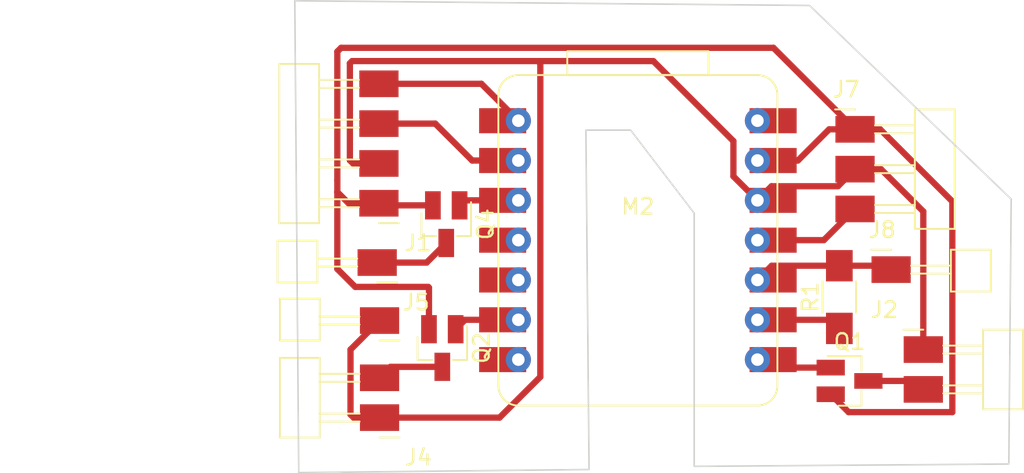
<source format=kicad_pcb>
(kicad_pcb (version 20221018) (generator pcbnew)
  (layers (0 "F.Cu" signal) (31 "B.Cu" signal) (34 "B.Paste" user) (35 "F.Paste" user) (36 "B.SilkS" user "B.Silkscreen") (37 "F.SilkS" user "F.Silkscreen") (38 "B.Mask" user) (39 "F.Mask" user) (44 "Edge.Cuts" user))
  (net 0 "")
  (net 1 "/D2")
  (net 2 "PWR_GND")
  (net 3 "/D4")
  (net 4 "/D5")
  (net 5 "/D6")
  (net 6 "/D7")
  (net 7 "/LED")
  (net 8 "/Touch")
  (net 9 "PWR_3V3")
  (net 10 "PWR_5V")
  (net 11 "AM1")
  (net 12 "AM2")
  (net 13 "/Speaker")
  (net 14 "/GasPulse")
  (net 15 "/GasData")
  (footprint "fab:PinHeader_1x01_P2.54mm_Horizontal_SMD" (layer "F.Cu") (at 83.2 53.5)
    (fp_text reference "J8" (at -1.524 -2.54 180) (layer "F.SilkS") (effects (justify left)))
    (fp_text value "Conn_PinHeader_1x01_P2.54mm_Horizontal_SMD" hide)
    (fp_line (start -1.27 -1.27) (end 0 -1.27) (stroke (width 0.12)) (layer "F.SilkS"))
    (fp_line (start 3.81 -1.27) (end 6.35 -1.27) (stroke (width 0.12)) (layer "F.SilkS"))
    (fp_line (start 3.81 -0.254) (end 1.27 -0.254) (stroke (width 0.12)) (layer "F.SilkS"))
    (fp_line (start 3.81 0.254) (end 1.27 0.254) (stroke (width 0.12)) (layer "F.SilkS"))
    (fp_line (start 3.81 1.397) (end 3.81 -1.27) (stroke (width 0.12)) (layer "F.SilkS"))
    (fp_line (start 6.35 -1.27) (end 6.35 1.397) (stroke (width 0.12)) (layer "F.SilkS"))
    (fp_line (start 6.35 1.397) (end 3.81 1.397) (stroke (width 0.12)) (layer "F.SilkS"))
    (pad "1" smd rect (at 0 0) (size 2.5 1.7) (layers "F.Cu" "F.Paste" "F.Mask") (net 8 "/Touch"))
  )
  (footprint "fab:PinHeader_1x03_P2.54mm_Horizontal_SMD" (layer "F.Cu") (at 80.9 44.55)
    (fp_text reference "J7" (at -1.524 -2.54 180) (layer "F.SilkS") (effects (justify left)))
    (fp_text value "Conn_PinHeader_1x03_P2.54mm_Horizontal_SMD" hide)
    (fp_line (start -1.27 -1.27) (end 0 -1.27) (stroke (width 0.12)) (layer "F.SilkS"))
    (fp_line (start 3.81 -1.27) (end 6.35 -1.27) (stroke (width 0.12)) (layer "F.SilkS"))
    (fp_line (start 3.81 -0.254) (end 1.27 -0.254) (stroke (width 0.12)) (layer "F.SilkS"))
    (fp_line (start 3.81 0.254) (end 1.27 0.254) (stroke (width 0.12)) (layer "F.SilkS"))
    (fp_line (start 3.81 2.286) (end 1.27 2.286) (stroke (width 0.12)) (layer "F.SilkS"))
    (fp_line (start 3.81 2.794) (end 1.27 2.794) (stroke (width 0.12)) (layer "F.SilkS"))
    (fp_line (start 3.81 4.826) (end 1.27 4.826) (stroke (width 0.12)) (layer "F.SilkS"))
    (fp_line (start 3.81 5.334) (end 1.27 5.334) (stroke (width 0.12)) (layer "F.SilkS"))
    (fp_line (start 3.81 6.35) (end 3.81 -1.27) (stroke (width 0.12)) (layer "F.SilkS"))
    (fp_line (start 6.35 -1.27) (end 6.35 6.35) (stroke (width 0.12)) (layer "F.SilkS"))
    (fp_line (start 6.35 6.35) (end 3.81 6.35) (stroke (width 0.12)) (layer "F.SilkS"))
    (pad "1" smd rect (at 0 0) (size 2.5 1.7) (layers "F.Cu" "F.Paste" "F.Mask") (net 2 "PWR_GND"))
    (pad "2" smd rect (at 0 2.54) (size 2.5 1.7) (layers "F.Cu" "F.Paste" "F.Mask") (net 9 "PWR_3V3"))
    (pad "3" smd rect (at 0 5.08) (size 2.5 1.7) (layers "F.Cu" "F.Paste" "F.Mask") (net 7 "/LED"))
  )
  (footprint "fab:PinHeader_1x02_P2.54mm_Horizontal_SMD" (layer "F.Cu") (at 50.6 62.94 180)
    (fp_text reference "J4" (at -1.524 -2.54) (layer "F.SilkS") (effects (justify left)))
    (fp_text value "Conn_PinHeader_1x02_P2.54mm_Horizontal_SMD" hide)
    (fp_line (start -1.27 -1.27) (end 0 -1.27) (stroke (width 0.12)) (layer "F.SilkS"))
    (fp_line (start 3.81 -1.27) (end 6.35 -1.27) (stroke (width 0.12)) (layer "F.SilkS"))
    (fp_line (start 3.81 -0.254) (end 1.27 -0.254) (stroke (width 0.12)) (layer "F.SilkS"))
    (fp_line (start 3.81 0.254) (end 1.27 0.254) (stroke (width 0.12)) (layer "F.SilkS"))
    (fp_line (start 3.81 2.286) (end 1.27 2.286) (stroke (width 0.12)) (layer "F.SilkS"))
    (fp_line (start 3.81 2.794) (end 1.27 2.794) (stroke (width 0.12)) (layer "F.SilkS"))
    (fp_line (start 3.81 3.81) (end 3.81 -1.27) (stroke (width 0.12)) (layer "F.SilkS"))
    (fp_line (start 6.35 -1.27) (end 6.35 3.81) (stroke (width 0.12)) (layer "F.SilkS"))
    (fp_line (start 6.35 3.81) (end 3.81 3.81) (stroke (width 0.12)) (layer "F.SilkS"))
    (pad "1" smd rect (at 0 0 180) (size 2.5 1.7) (layers "F.Cu" "F.Paste" "F.Mask") (net 9 "PWR_3V3"))
    (pad "2" smd rect (at 0 2.54 180) (size 2.5 1.7) (layers "F.Cu" "F.Paste" "F.Mask") (net 12 "AM2"))
  )
  (footprint "fab:PinHeader_1x02_P2.54mm_Horizontal_SMD" (layer "F.Cu") (at 85.25 58.6)
    (fp_text reference "J2" (at -1.524 -2.54) (layer "F.SilkS") (effects (justify right)))
    (fp_text value "Conn_PinHeader_1x02_P2.54mm_Horizontal_SMD" hide)
    (fp_line (start -1.27 -1.27) (end 0 -1.27) (stroke (width 0.12)) (layer "F.SilkS"))
    (fp_line (start 3.81 -1.27) (end 6.35 -1.27) (stroke (width 0.12)) (layer "F.SilkS"))
    (fp_line (start 3.81 -0.254) (end 1.27 -0.254) (stroke (width 0.12)) (layer "F.SilkS"))
    (fp_line (start 3.81 0.254) (end 1.27 0.254) (stroke (width 0.12)) (layer "F.SilkS"))
    (fp_line (start 3.81 2.286) (end 1.27 2.286) (stroke (width 0.12)) (layer "F.SilkS"))
    (fp_line (start 3.81 2.794) (end 1.27 2.794) (stroke (width 0.12)) (layer "F.SilkS"))
    (fp_line (start 3.81 3.81) (end 3.81 -1.27) (stroke (width 0.12)) (layer "F.SilkS"))
    (fp_line (start 6.35 -1.27) (end 6.35 3.81) (stroke (width 0.12)) (layer "F.SilkS"))
    (fp_line (start 6.35 3.81) (end 3.81 3.81) (stroke (width 0.12)) (layer "F.SilkS"))
    (pad "1" smd rect (at 0 0) (size 2.5 1.7) (layers "F.Cu" "F.Paste" "F.Mask") (net 9 "PWR_3V3"))
    (pad "2" smd rect (at 0 2.54) (size 2.5 1.7) (layers "F.Cu" "F.Paste" "F.Mask") (net 11 "AM1"))
  )
  (footprint "fab:PinHeader_1x01_P2.54mm_Horizontal_SMD" (layer "F.Cu") (at 50.6 56.75 180)
    (fp_text reference "J3" hide)
    (fp_text value "Conn_PinHeader_1x01_P2.54mm_Horizontal_SMD" hide)
    (fp_line (start -1.27 -1.27) (end 0 -1.27) (stroke (width 0.12)) (layer "F.SilkS"))
    (fp_line (start 3.81 -1.27) (end 6.35 -1.27) (stroke (width 0.12)) (layer "F.SilkS"))
    (fp_line (start 3.81 -0.254) (end 1.27 -0.254) (stroke (width 0.12)) (layer "F.SilkS"))
    (fp_line (start 3.81 0.254) (end 1.27 0.254) (stroke (width 0.12)) (layer "F.SilkS"))
    (fp_line (start 3.81 1.397) (end 3.81 -1.27) (stroke (width 0.12)) (layer "F.SilkS"))
    (fp_line (start 6.35 -1.27) (end 6.35 1.397) (stroke (width 0.12)) (layer "F.SilkS"))
    (fp_line (start 6.35 1.397) (end 3.81 1.397) (stroke (width 0.12)) (layer "F.SilkS"))
    (pad "1" smd rect (at 0 0 180) (size 2.5 1.7) (layers "F.Cu" "F.Paste" "F.Mask") (net 9 "PWR_3V3"))
  )
  (footprint "fab:PinHeader_1x04_P2.54mm_Horizontal_SMD" (layer "F.Cu") (at 50.56 49.266 180)
    (fp_text reference "J1" (at -1.524 -2.54) (layer "F.SilkS") (effects (justify left)))
    (fp_text value "Conn_PinHeader_1x04_P2.54mm_Horizontal_SMD" hide)
    (fp_line (start -1.27 -1.27) (end 0 -1.27) (stroke (width 0.12)) (layer "F.SilkS"))
    (fp_line (start 3.81 -1.27) (end 6.35 -1.27) (stroke (width 0.12)) (layer "F.SilkS"))
    (fp_line (start 3.81 -0.254) (end 1.27 -0.254) (stroke (width 0.12)) (layer "F.SilkS"))
    (fp_line (start 3.81 0.254) (end 1.27 0.254) (stroke (width 0.12)) (layer "F.SilkS"))
    (fp_line (start 3.81 2.286) (end 1.27 2.286) (stroke (width 0.12)) (layer "F.SilkS"))
    (fp_line (start 3.81 2.794) (end 1.27 2.794) (stroke (width 0.12)) (layer "F.SilkS"))
    (fp_line (start 3.81 4.826) (end 1.27 4.826) (stroke (width 0.12)) (layer "F.SilkS"))
    (fp_line (start 3.81 5.334) (end 1.27 5.334) (stroke (width 0.12)) (layer "F.SilkS"))
    (fp_line (start 3.81 7.366) (end 1.27 7.366) (stroke (width 0.12)) (layer "F.SilkS"))
    (fp_line (start 3.81 7.874) (end 1.27 7.874) (stroke (width 0.12)) (layer "F.SilkS"))
    (fp_line (start 3.81 8.89) (end 3.81 -1.27) (stroke (width 0.12)) (layer "F.SilkS"))
    (fp_line (start 6.35 -1.27) (end 6.35 8.89) (stroke (width 0.12)) (layer "F.SilkS"))
    (fp_line (start 6.35 8.89) (end 3.81 8.89) (stroke (width 0.12)) (layer "F.SilkS"))
    (pad "1" smd rect (at 0 0 180) (size 2.5 1.7) (layers "F.Cu" "F.Paste" "F.Mask") (net 2 "PWR_GND"))
    (pad "2" smd rect (at 0 2.54 180) (size 2.5 1.7) (layers "F.Cu" "F.Paste" "F.Mask") (net 9 "PWR_3V3"))
    (pad "3" smd rect (at 0 5.08 180) (size 2.5 1.7) (layers "F.Cu" "F.Paste" "F.Mask") (net 15 "/GasData"))
    (pad "4" smd rect (at 0 7.62 180) (size 2.5 1.7) (layers "F.Cu" "F.Paste" "F.Mask") (net 14 "/GasPulse"))
  )
  (footprint "fab:PinHeader_1x01_P2.54mm_Horizontal_SMD" (layer "F.Cu") (at 50.45 53.05 180)
    (fp_text reference "J5" (at -1.524 -2.54) (layer "F.SilkS") (effects (justify left)))
    (fp_text value "Conn_PinHeader_1x01_P2.54mm_Horizontal_SMD" hide)
    (fp_line (start -1.27 -1.27) (end 0 -1.27) (stroke (width 0.12)) (layer "F.SilkS"))
    (fp_line (start 3.81 -1.27) (end 6.35 -1.27) (stroke (width 0.12)) (layer "F.SilkS"))
    (fp_line (start 3.81 -0.254) (end 1.27 -0.254) (stroke (width 0.12)) (layer "F.SilkS"))
    (fp_line (start 3.81 0.254) (end 1.27 0.254) (stroke (width 0.12)) (layer "F.SilkS"))
    (fp_line (start 3.81 1.397) (end 3.81 -1.27) (stroke (width 0.12)) (layer "F.SilkS"))
    (fp_line (start 6.35 -1.27) (end 6.35 1.397) (stroke (width 0.12)) (layer "F.SilkS"))
    (fp_line (start 6.35 1.397) (end 3.81 1.397) (stroke (width 0.12)) (layer "F.SilkS"))
    (pad "1" smd rect (at 0 0 180) (size 2.5 1.7) (layers "F.Cu" "F.Paste" "F.Mask") (net 13 "/Speaker"))
  )
  (footprint "fab:SOT-23" (layer "F.Cu") (at 80.55 60.6)
    (fp_text reference "Q1" (at 0 -2.5) (layer "F.SilkS"))
    (fp_text value "MOSFET_N-CH_30V_1.7A" hide)
    (fp_line (start 0.76 -1.58) (end -1.4 -1.58) (stroke (width 0.12)) (layer "F.SilkS"))
    (fp_line (start 0.76 -1.58) (end 0.76 -0.65) (stroke (width 0.12)) (layer "F.SilkS"))
    (fp_line (start 0.76 1.58) (end -0.7 1.58) (stroke (width 0.12)) (layer "F.SilkS"))
    (fp_line (start 0.76 1.58) (end 0.76 0.65) (stroke (width 0.12)) (layer "F.SilkS"))
    (pad "1" smd rect (at -1.2 -0.85) (size 1.8 1) (layers "F.Cu" "F.Paste" "F.Mask") (net 6 "/D7"))
    (pad "2" smd rect (at -1.2 0.85) (size 1.8 1) (layers "F.Cu" "F.Paste" "F.Mask") (net 2 "PWR_GND"))
    (pad "3" smd rect (at 1.2 0) (size 1.8 1) (layers "F.Cu" "F.Paste" "F.Mask") (net 11 "AM1"))
  )
  (footprint "fab:R_1206" (layer "F.Cu") (at 79.9 55.25 90)
    (fp_text reference "R1" (at 0 -1.85 90) (layer "F.SilkS"))
    (fp_text value "R_1206")
    (fp_line (start -1 -1.07) (end 1 -1.07) (stroke (width 0.12)) (layer "F.SilkS"))
    (fp_line (start 1 1.07) (end -1 1.07) (stroke (width 0.12)) (layer "F.SilkS"))
    (pad "1" smd rect (at -2 0 90) (size 2 1.7) (layers "F.Cu" "F.Paste" "F.Mask") (net 8 "/Touch"))
    (pad "2" smd rect (at 2 0 90) (size 2 1.7) (layers "F.Cu" "F.Paste" "F.Mask") (net 8 "/Touch"))
  )
  (footprint "fab:SOT-23" (layer "F.Cu") (at 54.85 50.6 -90)
    (fp_text reference "Q4" (at 0 -2.5 90) (layer "F.SilkS"))
    (fp_text value "MOSFET_N-CH_30V_1.7A")
    (fp_line (start 0.76 -1.58) (end -1.4 -1.58) (stroke (width 0.12)) (layer "F.SilkS"))
    (fp_line (start 0.76 -1.58) (end 0.76 -0.65) (stroke (width 0.12)) (layer "F.SilkS"))
    (fp_line (start 0.76 1.58) (end -0.7 1.58) (stroke (width 0.12)) (layer "F.SilkS"))
    (fp_line (start 0.76 1.58) (end 0.76 0.65) (stroke (width 0.12)) (layer "F.SilkS"))
    (pad "1" smd rect (at -1.2 -0.85 270) (size 1.8 1) (layers "F.Cu" "F.Paste" "F.Mask") (net 1 "/D2"))
    (pad "2" smd rect (at -1.2 0.85 270) (size 1.8 1) (layers "F.Cu" "F.Paste" "F.Mask") (net 2 "PWR_GND"))
    (pad "3" smd rect (at 1.2 0 270) (size 1.8 1) (layers "F.Cu" "F.Paste" "F.Mask") (net 13 "/Speaker"))
  )
  (footprint "fab:SOT-23" (layer "F.Cu") (at 54.6 58.5 -90)
    (fp_text reference "Q2" (at 0 -2.5 90) (layer "F.SilkS"))
    (fp_text value "MOSFET_N-CH_30V_1.7A" hide)
    (fp_line (start 0.76 -1.58) (end -1.4 -1.58) (stroke (width 0.12)) (layer "F.SilkS"))
    (fp_line (start 0.76 -1.58) (end 0.76 -0.65) (stroke (width 0.12)) (layer "F.SilkS"))
    (fp_line (start 0.76 1.58) (end -0.7 1.58) (stroke (width 0.12)) (layer "F.SilkS"))
    (fp_line (start 0.76 1.58) (end 0.76 0.65) (stroke (width 0.12)) (layer "F.SilkS"))
    (pad "1" smd rect (at -1.2 -0.85 270) (size 1.8 1) (layers "F.Cu" "F.Paste" "F.Mask") (net 4 "/D5"))
    (pad "2" smd rect (at -1.2 0.85 270) (size 1.8 1) (layers "F.Cu" "F.Paste" "F.Mask") (net 2 "PWR_GND"))
    (pad "3" smd rect (at 1.2 0 270) (size 1.8 1) (layers "F.Cu" "F.Paste" "F.Mask") (net 12 "AM2"))
  )
  (footprint "fab:SeedStudio_XIAO" (layer "F.Cu") (at 67.06 51.62)
    (fp_text reference "M2" (at 0.0025 -2.149 unlocked) (layer "F.SilkS"))
    (fp_text value "Module_XIAO-ESP32C3")
    (fp_line (start -8.8875 9.281) (end -8.8875 -9.261) (stroke (width 0.12)) (layer "F.SilkS"))
    (fp_line (start -7.6175 -10.531) (end 7.6225 -10.531) (stroke (width 0.12)) (layer "F.SilkS"))
    (fp_line (start 7.6225 10.551) (end -7.6175 10.551) (stroke (width 0.12)) (layer "F.SilkS"))
    (fp_line (start 8.8925 -9.261) (end 8.8925 9.281) (stroke (width 0.12)) (layer "F.SilkS"))
    (fp_rect (start -4.4975 -10.531) (end 4.5025 -12.055) (stroke (width 0.12)) (fill none) (layer "F.SilkS"))
    (fp_arc (start -8.8875 -9.261) (mid -8.515526 -10.159026) (end -7.6175 -10.531) (stroke (width 0.12)) (layer "F.SilkS"))
    (fp_arc (start -7.6175 10.551) (mid -8.515526 10.179026) (end -8.8875 9.281) (stroke (width 0.12)) (layer "F.SilkS"))
    (fp_arc (start 7.6225 -10.531) (mid 8.520526 -10.159026) (end 8.8925 -9.261) (stroke (width 0.12)) (layer "F.SilkS"))
    (fp_arc (start 8.8925 9.281) (mid 8.520526 10.179026) (end 7.6225 10.551) (stroke (width 0.12)) (layer "F.SilkS"))
    (pad "1" thru_hole circle (at -7.615 -7.62) (size 1.6 1.6) (drill 0.8) (layers "*.Cu" "*.Mask") (net 14 "/GasPulse"))
    (pad "1" smd rect (at -7.615 -7.62) (size 3 1.6) (drill (offset -1 0)) (layers "F.Cu" "F.Paste" "F.Mask") (net 14 "/GasPulse"))
    (pad "2" thru_hole circle (at -7.615 -5.08) (size 1.6 1.6) (drill 0.8) (layers "*.Cu" "*.Mask") (net 15 "/GasData"))
    (pad "2" smd rect (at -7.615 -5.08) (size 3 1.6) (drill (offset -1 0)) (layers "F.Cu" "F.Paste" "F.Mask") (net 15 "/GasData"))
    (pad "3" thru_hole circle (at -7.615 -2.54) (size 1.6 1.6) (drill 0.8) (layers "*.Cu" "*.Mask") (net 1 "/D2"))
    (pad "3" smd rect (at -7.615 -2.54) (size 3 1.6) (drill (offset -1 0)) (layers "F.Cu" "F.Paste" "F.Mask") (net 1 "/D2"))
    (pad "4" thru_hole circle (at -7.615 0) (size 1.6 1.6) (drill 0.8) (layers "*.Cu" "*.Mask"))
    (pad "4" smd rect (at -7.615 0) (size 3 1.6) (drill (offset -1 0)) (layers "F.Cu" "F.Paste" "F.Mask"))
    (pad "5" thru_hole circle (at -7.615 2.54) (size 1.6 1.6) (drill 0.8) (layers "*.Cu" "*.Mask") (net 3 "/D4"))
    (pad "5" smd rect (at -7.615 2.54) (size 3 1.6) (drill (offset -1 0)) (layers "F.Cu" "F.Paste" "F.Mask") (net 3 "/D4"))
    (pad "6" thru_hole circle (at -7.615 5.08) (size 1.6 1.6) (drill 0.8) (layers "*.Cu" "*.Mask") (net 4 "/D5"))
    (pad "6" smd rect (at -7.615 5.08) (size 3 1.6) (drill (offset -1 0)) (layers "F.Cu" "F.Paste" "F.Mask") (net 4 "/D5"))
    (pad "7" thru_hole circle (at -7.615 7.62) (size 1.6 1.6) (drill 0.8) (layers "*.Cu" "*.Mask") (net 5 "/D6"))
    (pad "7" smd rect (at -7.615 7.62) (size 3 1.6) (drill (offset -1 0)) (layers "F.Cu" "F.Paste" "F.Mask") (net 5 "/D6"))
    (pad "8" thru_hole circle (at 7.62 7.62) (size 1.6 1.6) (drill 0.8) (layers "*.Cu" "*.Mask") (net 6 "/D7"))
    (pad "8" smd rect (at 7.62 7.62) (size 3 1.6) (drill (offset 1 0)) (layers "F.Cu" "F.Paste" "F.Mask") (net 6 "/D7"))
    (pad "9" thru_hole circle (at 7.62 5.08) (size 1.6 1.6) (drill 0.8) (layers "*.Cu" "*.Mask") (net 8 "/Touch"))
    (pad "9" smd rect (at 7.62 5.08) (size 3 1.6) (drill (offset 1 0)) (layers "F.Cu" "F.Paste" "F.Mask") (net 8 "/Touch"))
    (pad "10" thru_hole circle (at 7.62 2.54) (size 1.6 1.6) (drill 0.8) (layers "*.Cu" "*.Mask") (net 8 "/Touch"))
    (pad "10" smd rect (at 7.62 2.54) (size 3 1.6) (drill (offset 1 0)) (layers "F.Cu" "F.Paste" "F.Mask") (net 8 "/Touch"))
    (pad "11" thru_hole circle (at 7.62 0) (size 1.6 1.6) (drill 0.8) (layers "*.Cu" "*.Mask") (net 7 "/LED"))
    (pad "11" smd rect (at 7.62 0) (size 3 1.6) (drill (offset 1 0)) (layers "F.Cu" "F.Paste" "F.Mask") (net 7 "/LED"))
    (pad "12" thru_hole circle (at 7.62 -2.54) (size 1.6 1.6) (drill 0.8) (layers "*.Cu" "*.Mask") (net 9 "PWR_3V3"))
    (pad "12" smd rect (at 7.62 -2.54) (size 3 1.6) (drill (offset 1 0)) (layers "F.Cu" "F.Paste" "F.Mask") (net 9 "PWR_3V3"))
    (pad "13" thru_hole circle (at 7.62 -5.08) (size 1.6 1.6) (drill 0.8) (layers "*.Cu" "*.Mask") (net 2 "PWR_GND"))
    (pad "13" smd rect (at 7.62 -5.08) (size 3 1.6) (drill (offset 1 0)) (layers "F.Cu" "F.Paste" "F.Mask") (net 2 "PWR_GND"))
    (pad "14" thru_hole circle (at 7.62 -7.62) (size 1.6 1.6) (drill 0.8) (layers "*.Cu" "*.Mask") (net 10 "PWR_5V"))
    (pad "14" smd rect (at 7.62 -7.62) (size 3 1.6) (drill (offset 1 0)) (layers "F.Cu" "F.Paste" "F.Mask") (net 10 "PWR_5V"))
  )
  (gr_poly (pts (xy 45.2 36.4) (xy 45.45 66.45) (xy 63.95 66.25) (xy 63.75 44.6) (xy 66.6 44.6) (xy 70.65 49.9) (xy 70.65 66.05) (xy 90.7 65.9) (xy 90.85 49) (xy 78 36.65) (xy 45.2 36.35)) (stroke (width 0.1)) (fill none) (layer "Edge.Cuts"))
  (segment (start 59.445 49.08) (end 56.02 49.08) (width 0.4) (layer "F.Cu") (net 1))
  (segment (start 56.02 49.08) (end 55.7 49.4) (width 0.4) (layer "F.Cu") (net 1))
  (segment (start 49.05 54.6) (end 47.91 53.46) (width 0.4) (layer "F.Cu") (net 2))
  (segment (start 77.26 46.54) (end 79.25 44.55) (width 0.4) (layer "F.Cu") (net 2))
  (segment (start 53.75 57.3) (end 53.75 54.65) (width 0.4) (layer "F.Cu") (net 2))
  (segment (start 54 49.4) (end 50.694 49.4) (width 0.4) (layer "F.Cu") (net 2))
  (segment (start 48.15 39.35) (end 75.7 39.35) (width 0.4) (layer "F.Cu") (net 2))
  (segment (start 82.5 44.55) (end 80.9 44.55) (width 0.4) (layer "F.Cu") (net 2))
  (segment (start 47.91 53.46) (end 47.91 48.55) (width 0.4) (layer "F.Cu") (net 2))
  (segment (start 74.68 46.54) (end 77.26 46.54) (width 0.4) (layer "F.Cu") (net 2))
  (segment (start 79.25 44.55) (end 80.9 44.55) (width 0.4) (layer "F.Cu") (net 2))
  (segment (start 75.7 39.35) (end 80.9 44.55) (width 0.4) (layer "F.Cu") (net 2))
  (segment (start 87.1 49.15) (end 82.5 44.55) (width 0.4) (layer "F.Cu") (net 2))
  (segment (start 53.7 54.6) (end 49.05 54.6) (width 0.4) (layer "F.Cu") (net 2))
  (segment (start 53.75 54.65) (end 53.7 54.6) (width 0.4) (layer "F.Cu") (net 2))
  (segment (start 50.56 49.266) (end 48.626 49.266) (width 0.4) (layer "F.Cu") (net 2))
  (segment (start 80.49 62.59) (end 87.1 62.59) (width 0.4) (layer "F.Cu") (net 2))
  (segment (start 47.91 39.59) (end 48.15 39.35) (width 0.4) (layer "F.Cu") (net 2))
  (segment (start 47.91 48.55) (end 47.91 47.8) (width 0.4) (layer "F.Cu") (net 2))
  (segment (start 47.91 47.8) (end 47.91 39.59) (width 0.4) (layer "F.Cu") (net 2))
  (segment (start 79.35 61.45) (end 80.49 62.59) (width 0.4) (layer "F.Cu") (net 2))
  (segment (start 87.1 62.59) (end 87.1 49.15) (width 0.4) (layer "F.Cu") (net 2))
  (segment (start 48.626 49.266) (end 47.91 48.55) (width 0.4) (layer "F.Cu") (net 2))
  (segment (start 56.05 56.7) (end 55.45 57.3) (width 0.4) (layer "F.Cu") (net 4))
  (segment (start 59.445 56.7) (end 56.05 56.7) (width 0.4) (layer "F.Cu") (net 4))
  (segment (start 74.68 59.24) (end 75.24 59.8) (width 0.4) (layer "F.Cu") (net 6))
  (segment (start 75.19 59.75) (end 79.35 59.75) (width 0.4) (layer "F.Cu") (net 6))
  (segment (start 74.68 59.24) (end 75.19 59.75) (width 0.4) (layer "F.Cu") (net 6))
  (segment (start 78.91 51.62) (end 80.9 49.63) (width 0.4) (layer "F.Cu") (net 7))
  (segment (start 74.68 51.62) (end 78.91 51.62) (width 0.4) (layer "F.Cu") (net 7))
  (segment (start 82.95 53.25) (end 83.2 53.5) (width 0.4) (layer "F.Cu") (net 8))
  (segment (start 79.35 56.7) (end 79.9 57.25) (width 0.4) (layer "F.Cu") (net 8))
  (segment (start 74.68 54.16) (end 75.59 53.25) (width 0.4) (layer "F.Cu") (net 8))
  (segment (start 75.59 53.25) (end 79.9 53.25) (width 0.4) (layer "F.Cu") (net 8))
  (segment (start 79.9 53.25) (end 82.95 53.25) (width 0.4) (layer "F.Cu") (net 8))
  (segment (start 74.68 56.7) (end 79.35 56.7) (width 0.4) (layer "F.Cu") (net 8))
  (segment (start 85.25 49.79) (end 85.25 58.6) (width 0.4) (layer "F.Cu") (net 9))
  (segment (start 60.7 40.196) (end 68.046 40.196) (width 0.4) (layer "F.Cu") (net 9))
  (segment (start 75.58 48.18) (end 79.81 48.18) (width 0.4) (layer "F.Cu") (net 9))
  (segment (start 48.71 46.526) (end 48.71 40.34) (width 0.4) (layer "F.Cu") (net 9))
  (segment (start 50.6 62.94) (end 58.245 62.94) (width 0.4) (layer "F.Cu") (net 9))
  (segment (start 60.845 40.341) (end 60.7 40.196) (width 0.4) (layer "F.Cu") (net 9))
  (segment (start 80.9 47.09) (end 82.55 47.09) (width 0.4) (layer "F.Cu") (net 9))
  (segment (start 73.15 45.3) (end 73.15 47.55) (width 0.4) (layer "F.Cu") (net 9))
  (segment (start 74.68 49.08) (end 75.58 48.18) (width 0.4) (layer "F.Cu") (net 9))
  (segment (start 48.91 46.726) (end 48.71 46.526) (width 0.4) (layer "F.Cu") (net 9))
  (segment (start 48.854 40.196) (end 60.7 40.196) (width 0.4) (layer "F.Cu") (net 9))
  (segment (start 68.046 40.196) (end 73.15 45.3) (width 0.4) (layer "F.Cu") (net 9))
  (segment (start 73.15 47.55) (end 74.68 49.08) (width 0.4) (layer "F.Cu") (net 9))
  (segment (start 82.55 47.09) (end 85.25 49.79) (width 0.4) (layer "F.Cu") (net 9))
  (segment (start 48.95 62.94) (end 48.75 62.74) (width 0.4) (layer "F.Cu") (net 9))
  (segment (start 58.245 62.94) (end 60.845 60.34) (width 0.4) (layer "F.Cu") (net 9))
  (segment (start 48.75 58.6) (end 50.6 56.75) (width 0.4) (layer "F.Cu") (net 9))
  (segment (start 79.81 48.18) (end 80.9 47.09) (width 0.4) (layer "F.Cu") (net 9))
  (segment (start 48.71 40.34) (end 48.854 40.196) (width 0.4) (layer "F.Cu") (net 9))
  (segment (start 49.2 46.726) (end 50.56 46.726) (width 0.4) (layer "F.Cu") (net 9))
  (segment (start 50.56 46.726) (end 48.91 46.726) (width 0.4) (layer "F.Cu") (net 9))
  (segment (start 50.6 62.94) (end 48.95 62.94) (width 0.4) (layer "F.Cu") (net 9))
  (segment (start 60.845 60.34) (end 60.845 40.341) (width 0.4) (layer "F.Cu") (net 9))
  (segment (start 48.75 62.74) (end 48.75 58.6) (width 0.4) (layer "F.Cu") (net 9))
  (segment (start 81.75 60.6) (end 84.71 60.6) (width 0.4) (layer "F.Cu") (net 11))
  (segment (start 84.71 60.6) (end 85.25 61.14) (width 0.4) (layer "F.Cu") (net 11))
  (segment (start 51.3 59.7) (end 50.6 60.4) (width 0.4) (layer "F.Cu") (net 12))
  (segment (start 54.6 59.7) (end 51.3 59.7) (width 0.4) (layer "F.Cu") (net 12))
  (segment (start 53.6 53.05) (end 54.85 51.8) (width 0.4) (layer "F.Cu") (net 13))
  (segment (start 50.45 53.05) (end 53.6 53.05) (width 0.4) (layer "F.Cu") (net 13))
  (segment (start 50.56 41.646) (end 57.091 41.646) (width 0.4) (layer "F.Cu") (net 14))
  (segment (start 57.091 41.646) (end 59.445 44) (width 0.4) (layer "F.Cu") (net 14))
  (segment (start 50.56 44.186) (end 54.15 44.186) (width 0.4) (layer "F.Cu") (net 15))
  (segment (start 54.15 44.186) (end 56.504 46.54) (width 0.4) (layer "F.Cu") (net 15))
  (segment (start 56.504 46.54) (end 59.445 46.54) (width 0.4) (layer "F.Cu") (net 15))
)
</source>
